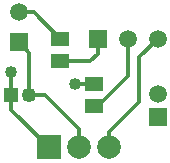
<source format=gbr>
G04 DipTrace 3.2.0.1*
G04 Top.gbr*
%MOMM*%
G04 #@! TF.FileFunction,Copper,L1,Top*
G04 #@! TF.Part,Single*
G04 #@! TA.AperFunction,Conductor*
%ADD14C,0.33*%
G04 #@! TA.AperFunction,ComponentPad*
%ADD15R,1.25X1.25*%
%ADD16C,1.25*%
%ADD17C,1.5*%
%ADD18R,1.5X1.5*%
%ADD19R,2.0X2.0*%
%ADD20C,2.0*%
%ADD21R,1.5X1.3*%
G04 #@! TA.AperFunction,ViaPad*
%ADD22C,1.016*%
%FSLAX35Y35*%
G04*
G71*
G90*
G75*
G01*
G04 Top*
%LPD*%
X920750Y2000250D2*
D14*
Y2159000D1*
X635000Y2444750D1*
X499250D1*
X412750Y2889250D2*
X499250Y2802750D1*
Y2444750D1*
X1587500Y2921000D2*
X1428750Y2762250D1*
Y2381250D1*
X1174750Y2127250D1*
Y2000250D1*
X666750D2*
X349250Y2317750D1*
Y2444750D1*
Y2635250D1*
X1047750Y2540000D2*
X889000D1*
X1047750Y2350000D2*
X1080000D1*
X1333500Y2603500D1*
Y2921000D1*
X762000Y2730500D2*
X1016000D1*
X1079500Y2794000D1*
Y2921000D1*
X412750Y3143250D2*
X539250D1*
X762000Y2920500D1*
D22*
X349250Y2635250D3*
X889000Y2540000D3*
D15*
X349250Y2444750D3*
D16*
X499250D3*
D17*
X412750Y3143250D3*
D18*
Y2889250D3*
X1587500Y2254250D3*
D17*
Y2454250D3*
D19*
X666750Y2000250D3*
D20*
X920750D3*
X1174750D3*
D18*
X1079500Y2921000D3*
D17*
X1333500D3*
X1587500D3*
D21*
X1047750Y2540000D3*
Y2350000D3*
X762000Y2730500D3*
Y2920500D3*
M02*

</source>
